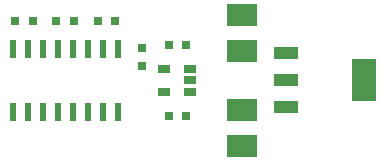
<source format=gtp>
G04 #@! TF.FileFunction,Paste,Top*
%FSLAX46Y46*%
G04 Gerber Fmt 4.6, Leading zero omitted, Abs format (unit mm)*
G04 Created by KiCad (PCBNEW 4.0.2+dfsg1-stable) date Mon 03 Oct 2016 17:27:47 BST*
%MOMM*%
G01*
G04 APERTURE LIST*
%ADD10C,0.150000*%
%ADD11R,1.060000X0.650000*%
%ADD12R,2.032000X3.657600*%
%ADD13R,2.032000X1.016000*%
%ADD14R,0.800000X0.750000*%
%ADD15R,0.750000X0.800000*%
%ADD16R,0.600000X1.500000*%
%ADD17R,2.499360X1.950720*%
G04 APERTURE END LIST*
D10*
D11*
X155600000Y-116950000D03*
X155600000Y-116000000D03*
X155600000Y-115050000D03*
X153400000Y-115050000D03*
X153400000Y-116950000D03*
D12*
X170302000Y-116000000D03*
D13*
X163698000Y-116000000D03*
X163698000Y-118286000D03*
X163698000Y-113714000D03*
D14*
X155250000Y-119000000D03*
X153750000Y-119000000D03*
D15*
X151500000Y-113250000D03*
X151500000Y-114750000D03*
D14*
X149250000Y-111000000D03*
X147750000Y-111000000D03*
X145750000Y-111000000D03*
X144250000Y-111000000D03*
X140750000Y-111000000D03*
X142250000Y-111000000D03*
D16*
X149445000Y-113300000D03*
X148175000Y-113300000D03*
X146905000Y-113300000D03*
X145635000Y-113300000D03*
X144365000Y-113300000D03*
X143095000Y-113300000D03*
X141825000Y-113300000D03*
X140555000Y-113300000D03*
X140555000Y-118700000D03*
X141825000Y-118700000D03*
X143095000Y-118700000D03*
X144365000Y-118700000D03*
X145635000Y-118700000D03*
X146905000Y-118700000D03*
X148175000Y-118700000D03*
X149445000Y-118700000D03*
D17*
X160000000Y-118476000D03*
X160000000Y-121524000D03*
X160000000Y-113524000D03*
X160000000Y-110476000D03*
D14*
X155250000Y-113000000D03*
X153750000Y-113000000D03*
M02*

</source>
